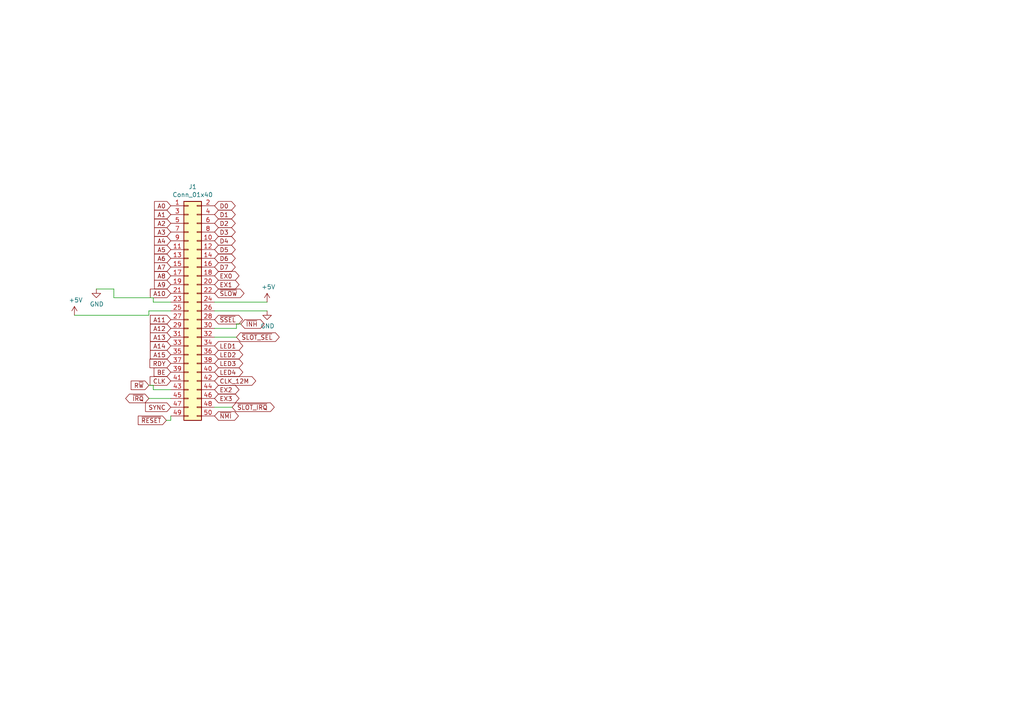
<source format=kicad_sch>
(kicad_sch (version 20211123) (generator eeschema)
  (paper "A4")
  (title_block (title "Planck 6502 prototype board") (date "2023-02-09") (rev "${VERSION}") (company "Six Pixels"))
  (lib_symbols
    (symbol "Connector_Generic:Conn_02x25_Odd_Even" (pin_names (offset 1.016) hide)
      (property "Reference" "J" (at 1.27 33.02 0))
      (property "Value" "Conn_02x25_Odd_Even" (at 1.27 -33.02 0))
      (symbol "Conn_02x25_Odd_Even_1_1"
        (rectangle (start -1.27 -30.353) (end 0 -30.607) (stroke (width 0.1524)))
        (rectangle (start -1.27 -27.813) (end 0 -28.067) (stroke (width 0.1524)))
        (rectangle (start -1.27 -25.273) (end 0 -25.527) (stroke (width 0.1524)))
        (rectangle (start -1.27 -22.733) (end 0 -22.987) (stroke (width 0.1524)))
        (rectangle (start -1.27 -20.193) (end 0 -20.447) (stroke (width 0.1524)))
        (rectangle (start -1.27 -17.653) (end 0 -17.907) (stroke (width 0.1524)))
        (rectangle (start -1.27 -15.113) (end 0 -15.367) (stroke (width 0.1524)))
        (rectangle (start -1.27 -12.573) (end 0 -12.827) (stroke (width 0.1524)))
        (rectangle (start -1.27 -10.033) (end 0 -10.287) (stroke (width 0.1524)))
        (rectangle (start -1.27 -7.493) (end 0 -7.747) (stroke (width 0.1524)))
        (rectangle (start -1.27 -4.953) (end 0 -5.207) (stroke (width 0.1524)))
        (rectangle (start -1.27 -2.413) (end 0 -2.667) (stroke (width 0.1524)))
        (rectangle (start -1.27 0.127) (end 0 -0.127) (stroke (width 0.1524)))
        (rectangle (start -1.27 2.667) (end 0 2.413) (stroke (width 0.1524)))
        (rectangle (start -1.27 5.207) (end 0 4.953) (stroke (width 0.1524)))
        (rectangle (start -1.27 7.747) (end 0 7.493) (stroke (width 0.1524)))
        (rectangle (start -1.27 10.287) (end 0 10.033) (stroke (width 0.1524)))
        (rectangle (start -1.27 12.827) (end 0 12.573) (stroke (width 0.1524)))
        (rectangle (start -1.27 15.367) (end 0 15.113) (stroke (width 0.1524)))
        (rectangle (start -1.27 17.907) (end 0 17.653) (stroke (width 0.1524)))
        (rectangle (start -1.27 20.447) (end 0 20.193) (stroke (width 0.1524)))
        (rectangle (start -1.27 22.987) (end 0 22.733) (stroke (width 0.1524)))
        (rectangle (start -1.27 25.527) (end 0 25.273) (stroke (width 0.1524)))
        (rectangle (start -1.27 28.067) (end 0 27.813) (stroke (width 0.1524)))
        (rectangle (start -1.27 30.607) (end 0 30.353) (stroke (width 0.1524)))
        (rectangle (start -1.27 31.75) (end 3.81 -31.75) (stroke (width 0.254)) (fill (type background)))
        (rectangle (start 3.81 -30.353) (end 2.54 -30.607) (stroke (width 0.1524)))
        (rectangle (start 3.81 -27.813) (end 2.54 -28.067) (stroke (width 0.1524)))
        (rectangle (start 3.81 -25.273) (end 2.54 -25.527) (stroke (width 0.1524)))
        (rectangle (start 3.81 -22.733) (end 2.54 -22.987) (stroke (width 0.1524)))
        (rectangle (start 3.81 -20.193) (end 2.54 -20.447) (stroke (width 0.1524)))
        (rectangle (start 3.81 -17.653) (end 2.54 -17.907) (stroke (width 0.1524)))
        (rectangle (start 3.81 -15.113) (end 2.54 -15.367) (stroke (width 0.1524)))
        (rectangle (start 3.81 -12.573) (end 2.54 -12.827) (stroke (width 0.1524)))
        (rectangle (start 3.81 -10.033) (end 2.54 -10.287) (stroke (width 0.1524)))
        (rectangle (start 3.81 -7.493) (end 2.54 -7.747) (stroke (width 0.1524)))
        (rectangle (start 3.81 -4.953) (end 2.54 -5.207) (stroke (width 0.1524)))
        (rectangle (start 3.81 -2.413) (end 2.54 -2.667) (stroke (width 0.1524)))
        (rectangle (start 3.81 0.127) (end 2.54 -0.127) (stroke (width 0.1524)))
        (rectangle (start 3.81 2.667) (end 2.54 2.413) (stroke (width 0.1524)))
        (rectangle (start 3.81 5.207) (end 2.54 4.953) (stroke (width 0.1524)))
        (rectangle (start 3.81 7.747) (end 2.54 7.493) (stroke (width 0.1524)))
        (rectangle (start 3.81 10.287) (end 2.54 10.033) (stroke (width 0.1524)))
        (rectangle (start 3.81 12.827) (end 2.54 12.573) (stroke (width 0.1524)))
        (rectangle (start 3.81 15.367) (end 2.54 15.113) (stroke (width 0.1524)))
        (rectangle (start 3.81 17.907) (end 2.54 17.653) (stroke (width 0.1524)))
        (rectangle (start 3.81 20.447) (end 2.54 20.193) (stroke (width 0.1524)))
        (rectangle (start 3.81 22.987) (end 2.54 22.733) (stroke (width 0.1524)))
        (rectangle (start 3.81 25.527) (end 2.54 25.273) (stroke (width 0.1524)))
        (rectangle (start 3.81 28.067) (end 2.54 27.813) (stroke (width 0.1524)))
        (rectangle (start 3.81 30.607) (end 2.54 30.353) (stroke (width 0.1524)))
        (pin passive line (at -5.08 30.48 0) (length 3.81) (name "Pin_1") (number "1"))
        (pin passive line (at 7.62 20.32 180) (length 3.81) (name "Pin_10") (number "10"))
        (pin passive line (at -5.08 17.78 0) (length 3.81) (name "Pin_11") (number "11"))
        (pin passive line (at 7.62 17.78 180) (length 3.81) (name "Pin_12") (number "12"))
        (pin passive line (at -5.08 15.24 0) (length 3.81) (name "Pin_13") (number "13"))
        (pin passive line (at 7.62 15.24 180) (length 3.81) (name "Pin_14") (number "14"))
        (pin passive line (at -5.08 12.7 0) (length 3.81) (name "Pin_15") (number "15"))
        (pin passive line (at 7.62 12.7 180) (length 3.81) (name "Pin_16") (number "16"))
        (pin passive line (at -5.08 10.16 0) (length 3.81) (name "Pin_17") (number "17"))
        (pin passive line (at 7.62 10.16 180) (length 3.81) (name "Pin_18") (number "18"))
        (pin passive line (at -5.08 7.62 0) (length 3.81) (name "Pin_19") (number "19"))
        (pin passive line (at 7.62 30.48 180) (length 3.81) (name "Pin_2") (number "2"))
        (pin passive line (at 7.62 7.62 180) (length 3.81) (name "Pin_20") (number "20"))
        (pin passive line (at -5.08 5.08 0) (length 3.81) (name "Pin_21") (number "21"))
        (pin passive line (at 7.62 5.08 180) (length 3.81) (name "Pin_22") (number "22"))
        (pin passive line (at -5.08 2.54 0) (length 3.81) (name "Pin_23") (number "23"))
        (pin passive line (at 7.62 2.54 180) (length 3.81) (name "Pin_24") (number "24"))
        (pin passive line (at -5.08 0 0) (length 3.81) (name "Pin_25") (number "25"))
        (pin passive line (at 7.62 0 180) (length 3.81) (name "Pin_26") (number "26"))
        (pin passive line (at -5.08 -2.54 0) (length 3.81) (name "Pin_27") (number "27"))
        (pin passive line (at 7.62 -2.54 180) (length 3.81) (name "Pin_28") (number "28"))
        (pin passive line (at -5.08 -5.08 0) (length 3.81) (name "Pin_29") (number "29"))
        (pin passive line (at -5.08 27.94 0) (length 3.81) (name "Pin_3") (number "3"))
        (pin passive line (at 7.62 -5.08 180) (length 3.81) (name "Pin_30") (number "30"))
        (pin passive line (at -5.08 -7.62 0) (length 3.81) (name "Pin_31") (number "31"))
        (pin passive line (at 7.62 -7.62 180) (length 3.81) (name "Pin_32") (number "32"))
        (pin passive line (at -5.08 -10.16 0) (length 3.81) (name "Pin_33") (number "33"))
        (pin passive line (at 7.62 -10.16 180) (length 3.81) (name "Pin_34") (number "34"))
        (pin passive line (at -5.08 -12.7 0) (length 3.81) (name "Pin_35") (number "35"))
        (pin passive line (at 7.62 -12.7 180) (length 3.81) (name "Pin_36") (number "36"))
        (pin passive line (at -5.08 -15.24 0) (length 3.81) (name "Pin_37") (number "37"))
        (pin passive line (at 7.62 -15.24 180) (length 3.81) (name "Pin_38") (number "38"))
        (pin passive line (at -5.08 -17.78 0) (length 3.81) (name "Pin_39") (number "39"))
        (pin passive line (at 7.62 27.94 180) (length 3.81) (name "Pin_4") (number "4"))
        (pin passive line (at 7.62 -17.78 180) (length 3.81) (name "Pin_40") (number "40"))
        (pin passive line (at -5.08 -20.32 0) (length 3.81) (name "Pin_41") (number "41"))
        (pin passive line (at 7.62 -20.32 180) (length 3.81) (name "Pin_42") (number "42"))
        (pin passive line (at -5.08 -22.86 0) (length 3.81) (name "Pin_43") (number "43"))
        (pin passive line (at 7.62 -22.86 180) (length 3.81) (name "Pin_44") (number "44"))
        (pin passive line (at -5.08 -25.4 0) (length 3.81) (name "Pin_45") (number "45"))
        (pin passive line (at 7.62 -25.4 180) (length 3.81) (name "Pin_46") (number "46"))
        (pin passive line (at -5.08 -27.94 0) (length 3.81) (name "Pin_47") (number "47"))
        (pin passive line (at 7.62 -27.94 180) (length 3.81) (name "Pin_48") (number "48"))
        (pin passive line (at -5.08 -30.48 0) (length 3.81) (name "Pin_49") (number "49"))
        (pin passive line (at -5.08 25.4 0) (length 3.81) (name "Pin_5") (number "5"))
        (pin passive line (at 7.62 -30.48 180) (length 3.81) (name "Pin_50") (number "50"))
        (pin passive line (at 7.62 25.4 180) (length 3.81) (name "Pin_6") (number "6"))
        (pin passive line (at -5.08 22.86 0) (length 3.81) (name "Pin_7") (number "7"))
        (pin passive line (at 7.62 22.86 180) (length 3.81) (name "Pin_8") (number "8"))
        (pin passive line (at -5.08 20.32 0) (length 3.81) (name "Pin_9") (number "9"))
      )
    )
    (symbol "power:+5V" (power) (pin_names (offset 0))
      (property "Value" "+5V" (at 0 3.556 0))
      (symbol "+5V_0_1"
        (polyline (pts (xy -0.762 1.27) (xy 0 2.54)))
        (polyline (pts (xy 0 0) (xy 0 2.54)))
        (polyline (pts (xy 0 2.54) (xy 0.762 1.27)))
      )
      (symbol "+5V_1_1"
        (pin power_in line (at 0 0 90) (length 0) hide (name "+5V") (number "1"))
      )
    )
    (symbol "power:GND" (power) (pin_names (offset 0))
      (property "Value" "GND" (at 0 -3.81 0))
      (symbol "GND_0_1"
        (polyline (pts (xy 0 0) (xy 0 -1.27) (xy 1.27 -1.27) (xy 0 -2.54) (xy -1.27 -1.27) (xy 0 -1.27)))
      )
      (symbol "GND_1_1"
        (pin power_in line (at 0 0 270) (length 0) hide (name "GND") (number "1"))
      )
    )
  )
  (wire (pts (xy 67.31 118.11) (xy 62.23 118.11)))
  (wire (pts (xy 33.02 83.82) (xy 27.94 83.82)))
  (wire (pts (xy 44.45 87.63) (xy 44.45 86.36)))
  (wire (pts (xy 49.53 90.17) (xy 43.18 90.17)))
  (wire (pts (xy 68.58 97.79) (xy 62.23 97.79)))
  (wire (pts (xy 68.58 93.98) (xy 68.58 95.25)))
  (wire (pts (xy 44.45 87.63) (xy 49.53 87.63)))
  (wire (pts (xy 62.23 90.17) (xy 77.47 90.17)))
  (wire (pts (xy 44.45 111.76) (xy 44.45 113.03)))
  (wire (pts (xy 69.85 93.98) (xy 68.58 93.98)))
  (wire (pts (xy 49.53 121.92) (xy 49.53 120.65)))
  (wire (pts (xy 21.59 91.44) (xy 43.18 91.44)))
  (wire (pts (xy 43.18 91.44) (xy 43.18 90.17)))
  (wire (pts (xy 68.58 95.25) (xy 62.23 95.25)))
  (wire (pts (xy 44.45 113.03) (xy 49.53 113.03)))
  (wire (pts (xy 33.02 86.36) (xy 33.02 83.82)))
  (wire (pts (xy 48.26 121.92) (xy 49.53 121.92)))
  (wire (pts (xy 43.18 111.76) (xy 44.45 111.76)))
  (wire (pts (xy 43.18 115.57) (xy 49.53 115.57)))
  (wire (pts (xy 62.23 87.63) (xy 77.47 87.63)))
  (wire (pts (xy 33.02 86.36) (xy 44.45 86.36)))
  (global_label "D2" (shape bidirectional) (at 62.23 64.77 0) (property "Intersheet References" "${INTERSHEET_REFS}" (effects hide)))
  (global_label "D1" (shape bidirectional) (at 62.23 62.23 0) (property "Intersheet References" "${INTERSHEET_REFS}" (effects hide)))
  (global_label "D7" (shape bidirectional) (at 62.23 77.47 0) (property "Intersheet References" "${INTERSHEET_REFS}" (effects hide)))
  (global_label "A6" (shape input) (at 49.53 74.93 180) (property "Intersheet References" "${INTERSHEET_REFS}" (effects hide)))
  (global_label "A15" (shape input) (at 49.53 102.87 180) (property "Intersheet References" "${INTERSHEET_REFS}" (effects hide)))
  (global_label "D0" (shape bidirectional) (at 62.23 59.69 0) (property "Intersheet References" "${INTERSHEET_REFS}" (effects hide)))
  (global_label "A10" (shape input) (at 49.53 85.09 180) (property "Intersheet References" "${INTERSHEET_REFS}" (effects hide)))
  (global_label "RDY" (shape input) (at 49.53 105.41 180) (property "Intersheet References" "${INTERSHEET_REFS}" (effects hide)))
  (global_label "~{SLOW}" (shape bidirectional) (at 62.23 85.09 0) (property "Intersheet References" "${INTERSHEET_REFS}" (effects hide)))
  (global_label "LED4" (shape bidirectional) (at 62.23 107.95 0) (property "Intersheet References" "${INTERSHEET_REFS}" (effects hide)))
  (global_label "A5" (shape input) (at 49.53 72.39 180) (property "Intersheet References" "${INTERSHEET_REFS}" (effects hide)))
  (global_label "EX1" (shape bidirectional) (at 62.23 82.55 0) (property "Intersheet References" "${INTERSHEET_REFS}" (effects hide)))
  (global_label "A14" (shape input) (at 49.53 100.33 180) (property "Intersheet References" "${INTERSHEET_REFS}" (effects hide)))
  (global_label "D4" (shape bidirectional) (at 62.23 69.85 0) (property "Intersheet References" "${INTERSHEET_REFS}" (effects hide)))
  (global_label "~{NMI}" (shape bidirectional) (at 62.23 120.65 0) (property "Intersheet References" "${INTERSHEET_REFS}" (effects hide)))
  (global_label "A1" (shape input) (at 49.53 62.23 180) (property "Intersheet References" "${INTERSHEET_REFS}" (effects hide)))
  (global_label "BE" (shape input) (at 49.53 107.95 180) (property "Intersheet References" "${INTERSHEET_REFS}" (effects hide)))
  (global_label "EX0" (shape bidirectional) (at 62.23 80.01 0) (property "Intersheet References" "${INTERSHEET_REFS}" (effects hide)))
  (global_label "D6" (shape bidirectional) (at 62.23 74.93 0) (property "Intersheet References" "${INTERSHEET_REFS}" (effects hide)))
  (global_label "A7" (shape input) (at 49.53 77.47 180) (property "Intersheet References" "${INTERSHEET_REFS}" (effects hide)))
  (global_label "CLK" (shape input) (at 49.53 110.49 180) (property "Intersheet References" "${INTERSHEET_REFS}" (effects hide)))
  (global_label "CLK_12M" (shape bidirectional) (at 62.23 110.49 0) (property "Intersheet References" "${INTERSHEET_REFS}" (effects hide)))
  (global_label "~{SLOT_SEL}" (shape bidirectional) (at 68.58 97.79 0) (property "Intersheet References" "${INTERSHEET_REFS}" (effects hide)))
  (global_label "~{SSEL}" (shape bidirectional) (at 62.23 92.71 0) (property "Intersheet References" "${INTERSHEET_REFS}" (effects hide)))
  (global_label "LED1" (shape bidirectional) (at 62.23 100.33 0) (property "Intersheet References" "${INTERSHEET_REFS}" (effects hide)))
  (global_label "A8" (shape input) (at 49.53 80.01 180) (property "Intersheet References" "${INTERSHEET_REFS}" (effects hide)))
  (global_label "~{SLOT_IRQ}" (shape bidirectional) (at 67.31 118.11 0) (property "Intersheet References" "${INTERSHEET_REFS}" (effects hide)))
  (global_label "LED3" (shape bidirectional) (at 62.23 105.41 0) (property "Intersheet References" "${INTERSHEET_REFS}" (effects hide)))
  (global_label "LED2" (shape bidirectional) (at 62.23 102.87 0) (property "Intersheet References" "${INTERSHEET_REFS}" (effects hide)))
  (global_label "A13" (shape input) (at 49.53 97.79 180) (property "Intersheet References" "${INTERSHEET_REFS}" (effects hide)))
  (global_label "SYNC" (shape input) (at 49.53 118.11 180) (property "Intersheet References" "${INTERSHEET_REFS}" (effects hide)))
  (global_label "D5" (shape bidirectional) (at 62.23 72.39 0) (property "Intersheet References" "${INTERSHEET_REFS}" (effects hide)))
  (global_label "A11" (shape input) (at 49.53 92.71 180) (property "Intersheet References" "${INTERSHEET_REFS}" (effects hide)))
  (global_label "~{RESET}" (shape input) (at 48.26 121.92 180) (property "Intersheet References" "${INTERSHEET_REFS}" (effects hide)))
  (global_label "A9" (shape input) (at 49.53 82.55 180) (property "Intersheet References" "${INTERSHEET_REFS}" (effects hide)))
  (global_label "A12" (shape input) (at 49.53 95.25 180) (property "Intersheet References" "${INTERSHEET_REFS}" (effects hide)))
  (global_label "EX3" (shape bidirectional) (at 62.23 115.57 0) (property "Intersheet References" "${INTERSHEET_REFS}" (effects hide)))
  (global_label "~{IRQ}" (shape bidirectional) (at 43.18 115.57 180) (property "Intersheet References" "${INTERSHEET_REFS}" (effects hide)))
  (global_label "R~{W}" (shape input) (at 43.18 111.76 180) (property "Intersheet References" "${INTERSHEET_REFS}" (effects hide)))
  (global_label "A4" (shape input) (at 49.53 69.85 180) (property "Intersheet References" "${INTERSHEET_REFS}" (effects hide)))
  (global_label "A3" (shape input) (at 49.53 67.31 180) (property "Intersheet References" "${INTERSHEET_REFS}" (effects hide)))
  (global_label "A2" (shape input) (at 49.53 64.77 180) (property "Intersheet References" "${INTERSHEET_REFS}" (effects hide)))
  (global_label "A0" (shape input) (at 49.53 59.69 180) (property "Intersheet References" "${INTERSHEET_REFS}" (effects hide)))
  (global_label "EX2" (shape bidirectional) (at 62.23 113.03 0) (property "Intersheet References" "${INTERSHEET_REFS}" (effects hide)))
  (global_label "~{INH}" (shape bidirectional) (at 69.85 93.98 0) (property "Intersheet References" "${INTERSHEET_REFS}" (effects hide)))
  (global_label "D3" (shape bidirectional) (at 62.23 67.31 0) (property "Intersheet References" "${INTERSHEET_REFS}" (effects hide)))
  (symbol (lib_id "Connector_Generic:Conn_02x25_Odd_Even") (at 54.61 90.17 0) (unit 1)
    (property "Reference" "J1" (at 55.88 54.1782 0))
    (property "Value" "Conn_01x40" (at 55.88 56.4896 0))
    (property "Footprint" "Connector_PinHeader_2.54mm:PinHeader_2x25_P2.54mm_Horizontal" (effects hide))
  )
  (symbol (lib_id "power:+5V") (at 77.47 87.63 0) (unit 1)
    (property "Reference" "#PWR0101" (effects hide))
    (property "Value" "+5V" (at 77.851 83.2358 0))
  )
  (symbol (lib_id "power:+5V") (at 21.59 91.44 0) (unit 1)
    (property "Reference" "#PWR0102" (effects hide))
    (property "Value" "+5V" (at 21.971 87.0458 0))
  )
  (symbol (lib_id "power:GND") (at 77.47 90.17 0) (unit 1)
    (property "Reference" "#PWR0103" (effects hide))
    (property "Value" "GND" (at 77.597 94.5642 0))
  )
  (symbol (lib_id "power:GND") (at 27.94 83.82 0) (unit 1)
    (property "Reference" "#PWR0104" (effects hide))
    (property "Value" "GND" (at 28.067 88.2142 0))
  )
)
</source>
